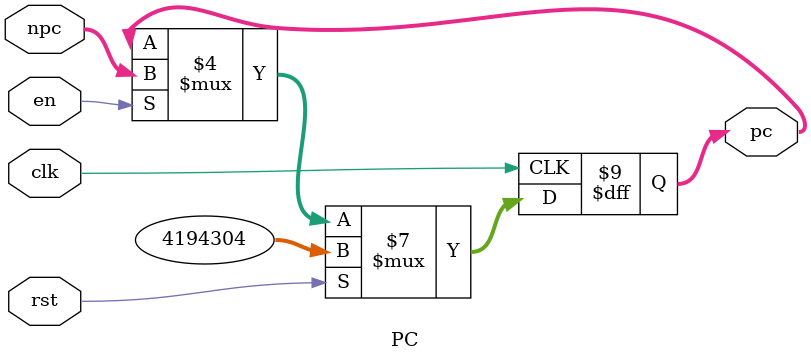
<source format=v>
`define zero_address   32'h0040_0000
module PC (
    input                   [ 0 : 0]            clk,
    input                   [ 0 : 0]            rst,
    input                   [ 0 : 0]            en,
    input                   [31 : 0]            npc,

    output      reg         [31 : 0]            pc
);
    always @(posedge clk) begin
        if (rst)
            pc <= `zero_address; 
        else if(en == 1'b1) // 使能信号有效
            pc <= npc;     
        else
            pc <= pc;
    end
endmodule
</source>
